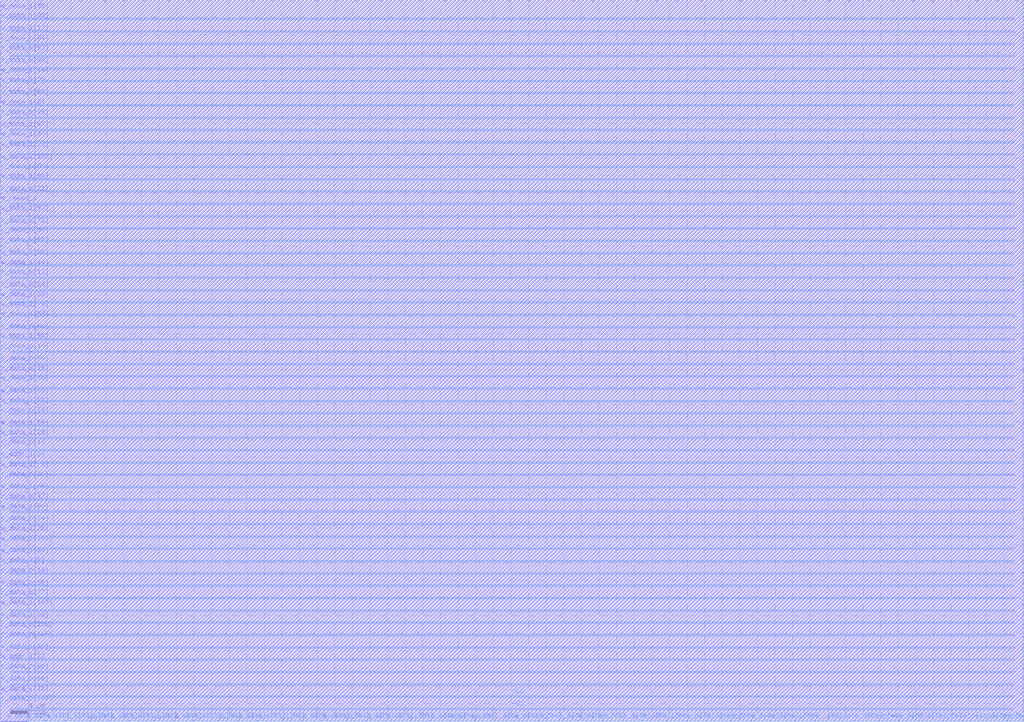
<source format=lef>
VERSION 5.8 ;
BUSBITCHARS "[]" ;
DIVIDERCHAR "/" ;
UNITS
    DATABASE MICRONS 2000 ;
END UNITS

MACRO bsg_mem_p109_8
  FOREIGN bsg_mem_p109_8 0 0 ;
  CLASS BLOCK ;
  SIZE 116.25 BY 81.975 ;
  PIN VSS
    USE GROUND ;
    DIRECTION INOUT ;
    PORT
      LAYER metal4 ;
        RECT  1.14 79.715 115.14 79.885 ;
        RECT  1.14 76.915 115.14 77.085 ;
        RECT  1.14 74.115 115.14 74.285 ;
        RECT  1.14 71.315 115.14 71.485 ;
        RECT  1.14 68.515 115.14 68.685 ;
        RECT  1.14 65.715 115.14 65.885 ;
        RECT  1.14 62.915 115.14 63.085 ;
        RECT  1.14 60.115 115.14 60.285 ;
        RECT  1.14 57.315 115.14 57.485 ;
        RECT  1.14 54.515 115.14 54.685 ;
        RECT  1.14 51.715 115.14 51.885 ;
        RECT  1.14 48.915 115.14 49.085 ;
        RECT  1.14 46.115 115.14 46.285 ;
        RECT  1.14 43.315 115.14 43.485 ;
        RECT  1.14 40.515 115.14 40.685 ;
        RECT  1.14 37.715 115.14 37.885 ;
        RECT  1.14 34.915 115.14 35.085 ;
        RECT  1.14 32.115 115.14 32.285 ;
        RECT  1.14 29.315 115.14 29.485 ;
        RECT  1.14 26.515 115.14 26.685 ;
        RECT  1.14 23.715 115.14 23.885 ;
        RECT  1.14 20.915 115.14 21.085 ;
        RECT  1.14 18.115 115.14 18.285 ;
        RECT  1.14 15.315 115.14 15.485 ;
        RECT  1.14 12.515 115.14 12.685 ;
        RECT  1.14 9.715 115.14 9.885 ;
        RECT  1.14 6.915 115.14 7.085 ;
        RECT  1.14 4.115 115.14 4.285 ;
        RECT  1.14 1.315 115.14 1.485 ;
    END
  END VSS
  PIN VDD
    USE POWER ;
    DIRECTION INOUT ;
    PORT
      LAYER metal4 ;
        RECT  1.14 78.315 115.14 78.485 ;
        RECT  1.14 75.515 115.14 75.685 ;
        RECT  1.14 72.715 115.14 72.885 ;
        RECT  1.14 69.915 115.14 70.085 ;
        RECT  1.14 67.115 115.14 67.285 ;
        RECT  1.14 64.315 115.14 64.485 ;
        RECT  1.14 61.515 115.14 61.685 ;
        RECT  1.14 58.715 115.14 58.885 ;
        RECT  1.14 55.915 115.14 56.085 ;
        RECT  1.14 53.115 115.14 53.285 ;
        RECT  1.14 50.315 115.14 50.485 ;
        RECT  1.14 47.515 115.14 47.685 ;
        RECT  1.14 44.715 115.14 44.885 ;
        RECT  1.14 41.915 115.14 42.085 ;
        RECT  1.14 39.115 115.14 39.285 ;
        RECT  1.14 36.315 115.14 36.485 ;
        RECT  1.14 33.515 115.14 33.685 ;
        RECT  1.14 30.715 115.14 30.885 ;
        RECT  1.14 27.915 115.14 28.085 ;
        RECT  1.14 25.115 115.14 25.285 ;
        RECT  1.14 22.315 115.14 22.485 ;
        RECT  1.14 19.515 115.14 19.685 ;
        RECT  1.14 16.715 115.14 16.885 ;
        RECT  1.14 13.915 115.14 14.085 ;
        RECT  1.14 11.115 115.14 11.285 ;
        RECT  1.14 8.315 115.14 8.485 ;
        RECT  1.14 5.515 115.14 5.685 ;
        RECT  1.14 2.715 115.14 2.885 ;
    END
  END VDD
  PIN r_addr_i[0]
    DIRECTION INPUT ;
    USE SIGNAL ;
    PORT
      LAYER metal4 ;
        RECT  48.745 0 48.885 0.14 ;
    END
  END r_addr_i[0]
  PIN r_addr_i[1]
    DIRECTION INPUT ;
    USE SIGNAL ;
    PORT
      LAYER metal4 ;
        RECT  115.385 81.835 115.525 81.975 ;
    END
  END r_addr_i[1]
  PIN r_addr_i[2]
    DIRECTION INPUT ;
    USE SIGNAL ;
    PORT
      LAYER metal3 ;
        RECT  0 29.715 0.07 29.785 ;
    END
  END r_addr_i[2]
  PIN r_data_o[0]
    DIRECTION OUTPUT ;
    USE SIGNAL ;
    PORT
      LAYER metal3 ;
        RECT  116.18 20.475 116.25 20.545 ;
    END
  END r_data_o[0]
  PIN r_data_o[100]
    DIRECTION OUTPUT ;
    USE SIGNAL ;
    PORT
      LAYER metal4 ;
        RECT  108.665 81.835 108.805 81.975 ;
    END
  END r_data_o[100]
  PIN r_data_o[101]
    DIRECTION OUTPUT ;
    USE SIGNAL ;
    PORT
      LAYER metal4 ;
        RECT  106.985 0 107.125 0.14 ;
    END
  END r_data_o[101]
  PIN r_data_o[102]
    DIRECTION OUTPUT ;
    USE SIGNAL ;
    PORT
      LAYER metal3 ;
        RECT  0 1.995 0.07 2.065 ;
    END
  END r_data_o[102]
  PIN r_data_o[103]
    DIRECTION OUTPUT ;
    USE SIGNAL ;
    PORT
      LAYER metal3 ;
        RECT  116.18 25.515 116.25 25.585 ;
    END
  END r_data_o[103]
  PIN r_data_o[104]
    DIRECTION OUTPUT ;
    USE SIGNAL ;
    PORT
      LAYER metal3 ;
        RECT  116.18 3.675 116.25 3.745 ;
    END
  END r_data_o[104]
  PIN r_data_o[105]
    DIRECTION OUTPUT ;
    USE SIGNAL ;
    PORT
      LAYER metal3 ;
        RECT  0 9.275 0.07 9.345 ;
    END
  END r_data_o[105]
  PIN r_data_o[106]
    DIRECTION OUTPUT ;
    USE SIGNAL ;
    PORT
      LAYER metal3 ;
        RECT  0 10.395 0.07 10.465 ;
    END
  END r_data_o[106]
  PIN r_data_o[107]
    DIRECTION OUTPUT ;
    USE SIGNAL ;
    PORT
      LAYER metal3 ;
        RECT  116.18 35.035 116.25 35.105 ;
    END
  END r_data_o[107]
  PIN r_data_o[108]
    DIRECTION OUTPUT ;
    USE SIGNAL ;
    PORT
      LAYER metal4 ;
        RECT  46.505 0 46.645 0.14 ;
    END
  END r_data_o[108]
  PIN r_data_o[10]
    DIRECTION OUTPUT ;
    USE SIGNAL ;
    PORT
      LAYER metal3 ;
        RECT  0 42.035 0.07 42.105 ;
    END
  END r_data_o[10]
  PIN r_data_o[11]
    DIRECTION OUTPUT ;
    USE SIGNAL ;
    PORT
      LAYER metal4 ;
        RECT  69.465 81.835 69.605 81.975 ;
    END
  END r_data_o[11]
  PIN r_data_o[12]
    DIRECTION OUTPUT ;
    USE SIGNAL ;
    PORT
      LAYER metal3 ;
        RECT  116.18 18.235 116.25 18.305 ;
    END
  END r_data_o[12]
  PIN r_data_o[13]
    DIRECTION OUTPUT ;
    USE SIGNAL ;
    PORT
      LAYER metal3 ;
        RECT  0 50.435 0.07 50.505 ;
    END
  END r_data_o[13]
  PIN r_data_o[14]
    DIRECTION OUTPUT ;
    USE SIGNAL ;
    PORT
      LAYER metal4 ;
        RECT  81.785 81.835 81.925 81.975 ;
    END
  END r_data_o[14]
  PIN r_data_o[15]
    DIRECTION OUTPUT ;
    USE SIGNAL ;
    PORT
      LAYER metal4 ;
        RECT  6.745 81.835 6.885 81.975 ;
    END
  END r_data_o[15]
  PIN r_data_o[16]
    DIRECTION OUTPUT ;
    USE SIGNAL ;
    PORT
      LAYER metal3 ;
        RECT  0 39.515 0.07 39.585 ;
    END
  END r_data_o[16]
  PIN r_data_o[17]
    DIRECTION OUTPUT ;
    USE SIGNAL ;
    PORT
      LAYER metal4 ;
        RECT  104.185 0 104.325 0.14 ;
    END
  END r_data_o[17]
  PIN r_data_o[18]
    DIRECTION OUTPUT ;
    USE SIGNAL ;
    PORT
      LAYER metal3 ;
        RECT  116.18 59.395 116.25 59.465 ;
    END
  END r_data_o[18]
  PIN r_data_o[19]
    DIRECTION OUTPUT ;
    USE SIGNAL ;
    PORT
      LAYER metal3 ;
        RECT  0 16.555 0.07 16.625 ;
    END
  END r_data_o[19]
  PIN r_data_o[1]
    DIRECTION OUTPUT ;
    USE SIGNAL ;
    PORT
      LAYER metal3 ;
        RECT  0 31.115 0.07 31.185 ;
    END
  END r_data_o[1]
  PIN r_data_o[20]
    DIRECTION OUTPUT ;
    USE SIGNAL ;
    PORT
      LAYER metal3 ;
        RECT  0 27.475 0.07 27.545 ;
    END
  END r_data_o[20]
  PIN r_data_o[21]
    DIRECTION OUTPUT ;
    USE SIGNAL ;
    PORT
      LAYER metal3 ;
        RECT  116.18 39.795 116.25 39.865 ;
    END
  END r_data_o[21]
  PIN r_data_o[22]
    DIRECTION OUTPUT ;
    USE SIGNAL ;
    PORT
      LAYER metal3 ;
        RECT  116.18 64.155 116.25 64.225 ;
    END
  END r_data_o[22]
  PIN r_data_o[23]
    DIRECTION OUTPUT ;
    USE SIGNAL ;
    PORT
      LAYER metal4 ;
        RECT  64.985 81.835 65.125 81.975 ;
    END
  END r_data_o[23]
  PIN r_data_o[24]
    DIRECTION OUTPUT ;
    USE SIGNAL ;
    PORT
      LAYER metal4 ;
        RECT  16.265 81.835 16.405 81.975 ;
    END
  END r_data_o[24]
  PIN r_data_o[25]
    DIRECTION OUTPUT ;
    USE SIGNAL ;
    PORT
      LAYER metal3 ;
        RECT  116.18 4.795 116.25 4.865 ;
    END
  END r_data_o[25]
  PIN r_data_o[26]
    DIRECTION OUTPUT ;
    USE SIGNAL ;
    PORT
      LAYER metal3 ;
        RECT  116.18 57.995 116.25 58.065 ;
    END
  END r_data_o[26]
  PIN r_data_o[27]
    DIRECTION OUTPUT ;
    USE SIGNAL ;
    PORT
      LAYER metal3 ;
        RECT  116.18 43.435 116.25 43.505 ;
    END
  END r_data_o[27]
  PIN r_data_o[28]
    DIRECTION OUTPUT ;
    USE SIGNAL ;
    PORT
      LAYER metal3 ;
        RECT  116.18 16.835 116.25 16.905 ;
    END
  END r_data_o[28]
  PIN r_data_o[29]
    DIRECTION OUTPUT ;
    USE SIGNAL ;
    PORT
      LAYER metal3 ;
        RECT  116.18 5.915 116.25 5.985 ;
    END
  END r_data_o[29]
  PIN r_data_o[2]
    DIRECTION OUTPUT ;
    USE SIGNAL ;
    PORT
      LAYER metal3 ;
        RECT  116.18 44.835 116.25 44.905 ;
    END
  END r_data_o[2]
  PIN r_data_o[30]
    DIRECTION OUTPUT ;
    USE SIGNAL ;
    PORT
      LAYER metal3 ;
        RECT  116.18 41.195 116.25 41.265 ;
    END
  END r_data_o[30]
  PIN r_data_o[31]
    DIRECTION OUTPUT ;
    USE SIGNAL ;
    PORT
      LAYER metal3 ;
        RECT  0 59.955 0.07 60.025 ;
    END
  END r_data_o[31]
  PIN r_data_o[32]
    DIRECTION OUTPUT ;
    USE SIGNAL ;
    PORT
      LAYER metal4 ;
        RECT  96.345 81.835 96.485 81.975 ;
    END
  END r_data_o[32]
  PIN r_data_o[33]
    DIRECTION OUTPUT ;
    USE SIGNAL ;
    PORT
      LAYER metal4 ;
        RECT  52.665 81.835 52.805 81.975 ;
    END
  END r_data_o[33]
  PIN r_data_o[34]
    DIRECTION OUTPUT ;
    USE SIGNAL ;
    PORT
      LAYER metal3 ;
        RECT  0 22.435 0.07 22.505 ;
    END
  END r_data_o[34]
  PIN r_data_o[35]
    DIRECTION OUTPUT ;
    USE SIGNAL ;
    PORT
      LAYER metal4 ;
        RECT  21.865 0 22.005 0.14 ;
    END
  END r_data_o[35]
  PIN r_data_o[36]
    DIRECTION OUTPUT ;
    USE SIGNAL ;
    PORT
      LAYER metal3 ;
        RECT  116.18 2.275 116.25 2.345 ;
    END
  END r_data_o[36]
  PIN r_data_o[37]
    DIRECTION OUTPUT ;
    USE SIGNAL ;
    PORT
      LAYER metal4 ;
        RECT  75.625 0 75.765 0.14 ;
    END
  END r_data_o[37]
  PIN r_data_o[38]
    DIRECTION OUTPUT ;
    USE SIGNAL ;
    PORT
      LAYER metal4 ;
        RECT  80.105 0 80.245 0.14 ;
    END
  END r_data_o[38]
  PIN r_data_o[39]
    DIRECTION OUTPUT ;
    USE SIGNAL ;
    PORT
      LAYER metal4 ;
        RECT  94.105 81.835 94.245 81.975 ;
    END
  END r_data_o[39]
  PIN r_data_o[3]
    DIRECTION OUTPUT ;
    USE SIGNAL ;
    PORT
      LAYER metal3 ;
        RECT  116.18 8.435 116.25 8.505 ;
    END
  END r_data_o[3]
  PIN r_data_o[40]
    DIRECTION OUTPUT ;
    USE SIGNAL ;
    PORT
      LAYER metal4 ;
        RECT  76.745 81.835 76.885 81.975 ;
    END
  END r_data_o[40]
  PIN r_data_o[41]
    DIRECTION OUTPUT ;
    USE SIGNAL ;
    PORT
      LAYER metal3 ;
        RECT  116.18 31.395 116.25 31.465 ;
    END
  END r_data_o[41]
  PIN r_data_o[42]
    DIRECTION OUTPUT ;
    USE SIGNAL ;
    PORT
      LAYER metal4 ;
        RECT  67.225 81.835 67.365 81.975 ;
    END
  END r_data_o[42]
  PIN r_data_o[43]
    DIRECTION OUTPUT ;
    USE SIGNAL ;
    PORT
      LAYER metal4 ;
        RECT  56.025 0 56.165 0.14 ;
    END
  END r_data_o[43]
  PIN r_data_o[44]
    DIRECTION OUTPUT ;
    USE SIGNAL ;
    PORT
      LAYER metal3 ;
        RECT  116.18 56.875 116.25 56.945 ;
    END
  END r_data_o[44]
  PIN r_data_o[45]
    DIRECTION OUTPUT ;
    USE SIGNAL ;
    PORT
      LAYER metal3 ;
        RECT  116.18 27.755 116.25 27.825 ;
    END
  END r_data_o[45]
  PIN r_data_o[46]
    DIRECTION OUTPUT ;
    USE SIGNAL ;
    PORT
      LAYER metal4 ;
        RECT  34.185 0 34.325 0.14 ;
    END
  END r_data_o[46]
  PIN r_data_o[47]
    DIRECTION OUTPUT ;
    USE SIGNAL ;
    PORT
      LAYER metal3 ;
        RECT  0 24.955 0.07 25.025 ;
    END
  END r_data_o[47]
  PIN r_data_o[48]
    DIRECTION OUTPUT ;
    USE SIGNAL ;
    PORT
      LAYER metal4 ;
        RECT  77.865 0 78.005 0.14 ;
    END
  END r_data_o[48]
  PIN r_data_o[49]
    DIRECTION OUTPUT ;
    USE SIGNAL ;
    PORT
      LAYER metal4 ;
        RECT  96.905 0 97.045 0.14 ;
    END
  END r_data_o[49]
  PIN r_data_o[4]
    DIRECTION OUTPUT ;
    USE SIGNAL ;
    PORT
      LAYER metal4 ;
        RECT  38.105 81.835 38.245 81.975 ;
    END
  END r_data_o[4]
  PIN r_data_o[50]
    DIRECTION OUTPUT ;
    USE SIGNAL ;
    PORT
      LAYER metal3 ;
        RECT  0 40.635 0.07 40.705 ;
    END
  END r_data_o[50]
  PIN r_data_o[51]
    DIRECTION OUTPUT ;
    USE SIGNAL ;
    PORT
      LAYER metal4 ;
        RECT  94.665 0 94.805 0.14 ;
    END
  END r_data_o[51]
  PIN r_data_o[52]
    DIRECTION OUTPUT ;
    USE SIGNAL ;
    PORT
      LAYER metal4 ;
        RECT  35.865 81.835 36.005 81.975 ;
    END
  END r_data_o[52]
  PIN r_data_o[53]
    DIRECTION OUTPUT ;
    USE SIGNAL ;
    PORT
      LAYER metal3 ;
        RECT  0 75.915 0.07 75.985 ;
    END
  END r_data_o[53]
  PIN r_data_o[54]
    DIRECTION OUTPUT ;
    USE SIGNAL ;
    PORT
      LAYER metal4 ;
        RECT  7.305 0 7.445 0.14 ;
    END
  END r_data_o[54]
  PIN r_data_o[55]
    DIRECTION OUTPUT ;
    USE SIGNAL ;
    PORT
      LAYER metal4 ;
        RECT  59.945 81.835 60.085 81.975 ;
    END
  END r_data_o[55]
  PIN r_data_o[56]
    DIRECTION OUTPUT ;
    USE SIGNAL ;
    PORT
      LAYER metal3 ;
        RECT  0 15.155 0.07 15.225 ;
    END
  END r_data_o[56]
  PIN r_data_o[57]
    DIRECTION OUTPUT ;
    USE SIGNAL ;
    PORT
      LAYER metal4 ;
        RECT  70.585 0 70.725 0.14 ;
    END
  END r_data_o[57]
  PIN r_data_o[58]
    DIRECTION OUTPUT ;
    USE SIGNAL ;
    PORT
      LAYER metal3 ;
        RECT  116.18 72.555 116.25 72.625 ;
    END
  END r_data_o[58]
  PIN r_data_o[59]
    DIRECTION OUTPUT ;
    USE SIGNAL ;
    PORT
      LAYER metal3 ;
        RECT  116.18 36.155 116.25 36.225 ;
    END
  END r_data_o[59]
  PIN r_data_o[5]
    DIRECTION OUTPUT ;
    USE SIGNAL ;
    PORT
      LAYER metal3 ;
        RECT  116.18 55.755 116.25 55.825 ;
    END
  END r_data_o[5]
  PIN r_data_o[60]
    DIRECTION OUTPUT ;
    USE SIGNAL ;
    PORT
      LAYER metal3 ;
        RECT  116.18 19.355 116.25 19.425 ;
    END
  END r_data_o[60]
  PIN r_data_o[61]
    DIRECTION OUTPUT ;
    USE SIGNAL ;
    PORT
      LAYER metal3 ;
        RECT  0 54.075 0.07 54.145 ;
    END
  END r_data_o[61]
  PIN r_data_o[62]
    DIRECTION OUTPUT ;
    USE SIGNAL ;
    PORT
      LAYER metal4 ;
        RECT  111.465 0 111.605 0.14 ;
    END
  END r_data_o[62]
  PIN r_data_o[63]
    DIRECTION OUTPUT ;
    USE SIGNAL ;
    PORT
      LAYER metal4 ;
        RECT  57.705 81.835 57.845 81.975 ;
    END
  END r_data_o[63]
  PIN r_data_o[64]
    DIRECTION OUTPUT ;
    USE SIGNAL ;
    PORT
      LAYER metal3 ;
        RECT  116.18 48.475 116.25 48.545 ;
    END
  END r_data_o[64]
  PIN r_data_o[65]
    DIRECTION OUTPUT ;
    USE SIGNAL ;
    PORT
      LAYER metal3 ;
        RECT  116.18 77.595 116.25 77.665 ;
    END
  END r_data_o[65]
  PIN r_data_o[66]
    DIRECTION OUTPUT ;
    USE SIGNAL ;
    PORT
      LAYER metal4 ;
        RECT  109.225 0 109.365 0.14 ;
    END
  END r_data_o[66]
  PIN r_data_o[67]
    DIRECTION OUTPUT ;
    USE SIGNAL ;
    PORT
      LAYER metal4 ;
        RECT  43.145 81.835 43.285 81.975 ;
    END
  END r_data_o[67]
  PIN r_data_o[68]
    DIRECTION OUTPUT ;
    USE SIGNAL ;
    PORT
      LAYER metal3 ;
        RECT  0 4.235 0.07 4.305 ;
    END
  END r_data_o[68]
  PIN r_data_o[69]
    DIRECTION OUTPUT ;
    USE SIGNAL ;
    PORT
      LAYER metal3 ;
        RECT  116.18 37.555 116.25 37.625 ;
    END
  END r_data_o[69]
  PIN r_data_o[6]
    DIRECTION OUTPUT ;
    USE SIGNAL ;
    PORT
      LAYER metal3 ;
        RECT  116.18 76.195 116.25 76.265 ;
    END
  END r_data_o[6]
  PIN r_data_o[70]
    DIRECTION OUTPUT ;
    USE SIGNAL ;
    PORT
      LAYER metal4 ;
        RECT  4.505 81.835 4.645 81.975 ;
    END
  END r_data_o[70]
  PIN r_data_o[71]
    DIRECTION OUTPUT ;
    USE SIGNAL ;
    PORT
      LAYER metal3 ;
        RECT  0 56.315 0.07 56.385 ;
    END
  END r_data_o[71]
  PIN r_data_o[72]
    DIRECTION OUTPUT ;
    USE SIGNAL ;
    PORT
      LAYER metal4 ;
        RECT  30.825 81.835 30.965 81.975 ;
    END
  END r_data_o[72]
  PIN r_data_o[73]
    DIRECTION OUTPUT ;
    USE SIGNAL ;
    PORT
      LAYER metal3 ;
        RECT  116.18 52.115 116.25 52.185 ;
    END
  END r_data_o[73]
  PIN r_data_o[74]
    DIRECTION OUTPUT ;
    USE SIGNAL ;
    PORT
      LAYER metal3 ;
        RECT  0 34.755 0.07 34.825 ;
    END
  END r_data_o[74]
  PIN r_data_o[75]
    DIRECTION OUTPUT ;
    USE SIGNAL ;
    PORT
      LAYER metal4 ;
        RECT  50.425 81.835 50.565 81.975 ;
    END
  END r_data_o[75]
  PIN r_data_o[76]
    DIRECTION OUTPUT ;
    USE SIGNAL ;
    PORT
      LAYER metal4 ;
        RECT  41.465 0 41.605 0.14 ;
    END
  END r_data_o[76]
  PIN r_data_o[77]
    DIRECTION OUTPUT ;
    USE SIGNAL ;
    PORT
      LAYER metal3 ;
        RECT  0 14.035 0.07 14.105 ;
    END
  END r_data_o[77]
  PIN r_data_o[78]
    DIRECTION OUTPUT ;
    USE SIGNAL ;
    PORT
      LAYER metal3 ;
        RECT  116.18 24.115 116.25 24.185 ;
    END
  END r_data_o[78]
  PIN r_data_o[79]
    DIRECTION OUTPUT ;
    USE SIGNAL ;
    PORT
      LAYER metal4 ;
        RECT  90.185 0 90.325 0.14 ;
    END
  END r_data_o[79]
  PIN r_data_o[7]
    DIRECTION OUTPUT ;
    USE SIGNAL ;
    PORT
      LAYER metal3 ;
        RECT  116.18 49.595 116.25 49.665 ;
    END
  END r_data_o[7]
  PIN r_data_o[80]
    DIRECTION OUTPUT ;
    USE SIGNAL ;
    PORT
      LAYER metal3 ;
        RECT  0 44.275 0.07 44.345 ;
    END
  END r_data_o[80]
  PIN r_data_o[81]
    DIRECTION OUTPUT ;
    USE SIGNAL ;
    PORT
      LAYER metal4 ;
        RECT  14.585 0 14.725 0.14 ;
    END
  END r_data_o[81]
  PIN r_data_o[82]
    DIRECTION OUTPUT ;
    USE SIGNAL ;
    PORT
      LAYER metal4 ;
        RECT  1.705 81.835 1.845 81.975 ;
    END
  END r_data_o[82]
  PIN r_data_o[83]
    DIRECTION OUTPUT ;
    USE SIGNAL ;
    PORT
      LAYER metal3 ;
        RECT  116.18 33.915 116.25 33.985 ;
    END
  END r_data_o[83]
  PIN r_data_o[84]
    DIRECTION OUTPUT ;
    USE SIGNAL ;
    PORT
      LAYER metal3 ;
        RECT  0 49.035 0.07 49.105 ;
    END
  END r_data_o[84]
  PIN r_data_o[85]
    DIRECTION OUTPUT ;
    USE SIGNAL ;
    PORT
      LAYER metal4 ;
        RECT  31.945 0 32.085 0.14 ;
    END
  END r_data_o[85]
  PIN r_data_o[86]
    DIRECTION OUTPUT ;
    USE SIGNAL ;
    PORT
      LAYER metal4 ;
        RECT  63.305 0 63.445 0.14 ;
    END
  END r_data_o[86]
  PIN r_data_o[87]
    DIRECTION OUTPUT ;
    USE SIGNAL ;
    PORT
      LAYER metal3 ;
        RECT  0 55.195 0.07 55.265 ;
    END
  END r_data_o[87]
  PIN r_data_o[88]
    DIRECTION OUTPUT ;
    USE SIGNAL ;
    PORT
      LAYER metal3 ;
        RECT  0 74.515 0.07 74.585 ;
    END
  END r_data_o[88]
  PIN r_data_o[89]
    DIRECTION OUTPUT ;
    USE SIGNAL ;
    PORT
      LAYER metal3 ;
        RECT  116.18 70.315 116.25 70.385 ;
    END
  END r_data_o[89]
  PIN r_data_o[8]
    DIRECTION OUTPUT ;
    USE SIGNAL ;
    PORT
      LAYER metal4 ;
        RECT  89.065 81.835 89.205 81.975 ;
    END
  END r_data_o[8]
  PIN r_data_o[90]
    DIRECTION OUTPUT ;
    USE SIGNAL ;
    PORT
      LAYER metal3 ;
        RECT  0 62.475 0.07 62.545 ;
    END
  END r_data_o[90]
  PIN r_data_o[91]
    DIRECTION OUTPUT ;
    USE SIGNAL ;
    PORT
      LAYER metal4 ;
        RECT  14.025 81.835 14.165 81.975 ;
    END
  END r_data_o[91]
  PIN r_data_o[92]
    DIRECTION OUTPUT ;
    USE SIGNAL ;
    PORT
      LAYER metal4 ;
        RECT  105.865 81.835 106.005 81.975 ;
    END
  END r_data_o[92]
  PIN r_data_o[93]
    DIRECTION OUTPUT ;
    USE SIGNAL ;
    PORT
      LAYER metal4 ;
        RECT  11.785 81.835 11.925 81.975 ;
    END
  END r_data_o[93]
  PIN r_data_o[94]
    DIRECTION OUTPUT ;
    USE SIGNAL ;
    PORT
      LAYER metal3 ;
        RECT  0 77.035 0.07 77.105 ;
    END
  END r_data_o[94]
  PIN r_data_o[95]
    DIRECTION OUTPUT ;
    USE SIGNAL ;
    PORT
      LAYER metal3 ;
        RECT  0 68.635 0.07 68.705 ;
    END
  END r_data_o[95]
  PIN r_data_o[96]
    DIRECTION OUTPUT ;
    USE SIGNAL ;
    PORT
      LAYER metal3 ;
        RECT  0 5.635 0.07 5.705 ;
    END
  END r_data_o[96]
  PIN r_data_o[97]
    DIRECTION OUTPUT ;
    USE SIGNAL ;
    PORT
      LAYER metal3 ;
        RECT  116.18 54.355 116.25 54.425 ;
    END
  END r_data_o[97]
  PIN r_data_o[98]
    DIRECTION OUTPUT ;
    USE SIGNAL ;
    PORT
      LAYER metal4 ;
        RECT  23.545 81.835 23.685 81.975 ;
    END
  END r_data_o[98]
  PIN r_data_o[99]
    DIRECTION OUTPUT ;
    USE SIGNAL ;
    PORT
      LAYER metal4 ;
        RECT  86.825 81.835 86.965 81.975 ;
    END
  END r_data_o[99]
  PIN r_data_o[9]
    DIRECTION OUTPUT ;
    USE SIGNAL ;
    PORT
      LAYER metal4 ;
        RECT  12.345 0 12.485 0.14 ;
    END
  END r_data_o[9]
  PIN r_v_i
    DIRECTION INPUT ;
    USE SIGNAL ;
    PORT
      LAYER metal3 ;
        RECT  116.18 13.195 116.25 13.265 ;
    END
  END r_v_i
  PIN w_addr_i[0]
    DIRECTION INPUT ;
    USE SIGNAL ;
    PORT
      LAYER metal4 ;
        RECT  53.785 0 53.925 0.14 ;
    END
  END w_addr_i[0]
  PIN w_addr_i[1]
    DIRECTION INPUT ;
    USE SIGNAL ;
    PORT
      LAYER metal3 ;
        RECT  116.18 21.875 116.25 21.945 ;
    END
  END w_addr_i[1]
  PIN w_addr_i[2]
    DIRECTION INPUT ;
    USE SIGNAL ;
    PORT
      LAYER metal3 ;
        RECT  0 6.755 0.07 6.825 ;
    END
  END w_addr_i[2]
  PIN w_clk_i
    DIRECTION INPUT ;
    USE SIGNAL ;
    PORT
      LAYER metal4 ;
        RECT  92.425 0 92.565 0.14 ;
    END
  END w_clk_i
  PIN w_data_i[0]
    DIRECTION INPUT ;
    USE SIGNAL ;
    PORT
      LAYER metal3 ;
        RECT  116.18 73.955 116.25 74.025 ;
    END
  END w_data_i[0]
  PIN w_data_i[100]
    DIRECTION INPUT ;
    USE SIGNAL ;
    PORT
      LAYER metal3 ;
        RECT  116.18 47.075 116.25 47.145 ;
    END
  END w_data_i[100]
  PIN w_data_i[101]
    DIRECTION INPUT ;
    USE SIGNAL ;
    PORT
      LAYER metal3 ;
        RECT  0 20.195 0.07 20.265 ;
    END
  END w_data_i[101]
  PIN w_data_i[102]
    DIRECTION INPUT ;
    USE SIGNAL ;
    PORT
      LAYER metal3 ;
        RECT  116.18 78.715 116.25 78.785 ;
    END
  END w_data_i[102]
  PIN w_data_i[103]
    DIRECTION INPUT ;
    USE SIGNAL ;
    PORT
      LAYER metal3 ;
        RECT  0 63.595 0.07 63.665 ;
    END
  END w_data_i[103]
  PIN w_data_i[104]
    DIRECTION INPUT ;
    USE SIGNAL ;
    PORT
      LAYER metal3 ;
        RECT  116.18 1.155 116.25 1.225 ;
    END
  END w_data_i[104]
  PIN w_data_i[105]
    DIRECTION INPUT ;
    USE SIGNAL ;
    PORT
      LAYER metal4 ;
        RECT  110.905 81.835 111.045 81.975 ;
    END
  END w_data_i[105]
  PIN w_data_i[106]
    DIRECTION INPUT ;
    USE SIGNAL ;
    PORT
      LAYER metal3 ;
        RECT  116.18 10.955 116.25 11.025 ;
    END
  END w_data_i[106]
  PIN w_data_i[107]
    DIRECTION INPUT ;
    USE SIGNAL ;
    PORT
      LAYER metal3 ;
        RECT  0 12.915 0.07 12.985 ;
    END
  END w_data_i[107]
  PIN w_data_i[108]
    DIRECTION INPUT ;
    USE SIGNAL ;
    PORT
      LAYER metal3 ;
        RECT  116.18 71.435 116.25 71.505 ;
    END
  END w_data_i[108]
  PIN w_data_i[10]
    DIRECTION INPUT ;
    USE SIGNAL ;
    PORT
      LAYER metal4 ;
        RECT  91.305 81.835 91.445 81.975 ;
    END
  END w_data_i[10]
  PIN w_data_i[11]
    DIRECTION INPUT ;
    USE SIGNAL ;
    PORT
      LAYER metal4 ;
        RECT  45.385 81.835 45.525 81.975 ;
    END
  END w_data_i[11]
  PIN w_data_i[12]
    DIRECTION INPUT ;
    USE SIGNAL ;
    PORT
      LAYER metal4 ;
        RECT  47.625 81.835 47.765 81.975 ;
    END
  END w_data_i[12]
  PIN w_data_i[13]
    DIRECTION INPUT ;
    USE SIGNAL ;
    PORT
      LAYER metal3 ;
        RECT  0 78.155 0.07 78.225 ;
    END
  END w_data_i[13]
  PIN w_data_i[14]
    DIRECTION INPUT ;
    USE SIGNAL ;
    PORT
      LAYER metal3 ;
        RECT  0 73.395 0.07 73.465 ;
    END
  END w_data_i[14]
  PIN w_data_i[15]
    DIRECTION INPUT ;
    USE SIGNAL ;
    PORT
      LAYER metal4 ;
        RECT  65.545 0 65.685 0.14 ;
    END
  END w_data_i[15]
  PIN w_data_i[16]
    DIRECTION INPUT ;
    USE SIGNAL ;
    PORT
      LAYER metal3 ;
        RECT  116.18 26.635 116.25 26.705 ;
    END
  END w_data_i[16]
  PIN w_data_i[17]
    DIRECTION INPUT ;
    USE SIGNAL ;
    PORT
      LAYER metal3 ;
        RECT  116.18 12.075 116.25 12.145 ;
    END
  END w_data_i[17]
  PIN w_data_i[18]
    DIRECTION INPUT ;
    USE SIGNAL ;
    PORT
      LAYER metal3 ;
        RECT  0 3.115 0.07 3.185 ;
    END
  END w_data_i[18]
  PIN w_data_i[19]
    DIRECTION INPUT ;
    USE SIGNAL ;
    PORT
      LAYER metal3 ;
        RECT  116.18 67.795 116.25 67.865 ;
    END
  END w_data_i[19]
  PIN w_data_i[1]
    DIRECTION INPUT ;
    USE SIGNAL ;
    PORT
      LAYER metal3 ;
        RECT  116.18 53.235 116.25 53.305 ;
    END
  END w_data_i[1]
  PIN w_data_i[20]
    DIRECTION INPUT ;
    USE SIGNAL ;
    PORT
      LAYER metal3 ;
        RECT  0 18.795 0.07 18.865 ;
    END
  END w_data_i[20]
  PIN w_data_i[21]
    DIRECTION INPUT ;
    USE SIGNAL ;
    PORT
      LAYER metal4 ;
        RECT  28.585 81.835 28.725 81.975 ;
    END
  END w_data_i[21]
  PIN w_data_i[22]
    DIRECTION INPUT ;
    USE SIGNAL ;
    PORT
      LAYER metal3 ;
        RECT  0 47.915 0.07 47.985 ;
    END
  END w_data_i[22]
  PIN w_data_i[23]
    DIRECTION INPUT ;
    USE SIGNAL ;
    PORT
      LAYER metal4 ;
        RECT  79.545 81.835 79.685 81.975 ;
    END
  END w_data_i[23]
  PIN w_data_i[24]
    DIRECTION INPUT ;
    USE SIGNAL ;
    PORT
      LAYER metal4 ;
        RECT  58.265 0 58.405 0.14 ;
    END
  END w_data_i[24]
  PIN w_data_i[25]
    DIRECTION INPUT ;
    USE SIGNAL ;
    PORT
      LAYER metal3 ;
        RECT  0 32.235 0.07 32.305 ;
    END
  END w_data_i[25]
  PIN w_data_i[26]
    DIRECTION INPUT ;
    USE SIGNAL ;
    PORT
      LAYER metal4 ;
        RECT  101.385 81.835 101.525 81.975 ;
    END
  END w_data_i[26]
  PIN w_data_i[27]
    DIRECTION INPUT ;
    USE SIGNAL ;
    PORT
      LAYER metal3 ;
        RECT  116.18 30.275 116.25 30.345 ;
    END
  END w_data_i[27]
  PIN w_data_i[28]
    DIRECTION INPUT ;
    USE SIGNAL ;
    PORT
      LAYER metal4 ;
        RECT  8.985 81.835 9.125 81.975 ;
    END
  END w_data_i[28]
  PIN w_data_i[29]
    DIRECTION INPUT ;
    USE SIGNAL ;
    PORT
      LAYER metal4 ;
        RECT  43.705 0 43.845 0.14 ;
    END
  END w_data_i[29]
  PIN w_data_i[2]
    DIRECTION INPUT ;
    USE SIGNAL ;
    PORT
      LAYER metal3 ;
        RECT  0 69.755 0.07 69.825 ;
    END
  END w_data_i[2]
  PIN w_data_i[30]
    DIRECTION INPUT ;
    USE SIGNAL ;
    PORT
      LAYER metal3 ;
        RECT  0 66.115 0.07 66.185 ;
    END
  END w_data_i[30]
  PIN w_data_i[31]
    DIRECTION INPUT ;
    USE SIGNAL ;
    PORT
      LAYER metal3 ;
        RECT  0 36.995 0.07 37.065 ;
    END
  END w_data_i[31]
  PIN w_data_i[32]
    DIRECTION INPUT ;
    USE SIGNAL ;
    PORT
      LAYER metal3 ;
        RECT  116.18 68.915 116.25 68.985 ;
    END
  END w_data_i[32]
  PIN w_data_i[33]
    DIRECTION INPUT ;
    USE SIGNAL ;
    PORT
      LAYER metal3 ;
        RECT  0 64.995 0.07 65.065 ;
    END
  END w_data_i[33]
  PIN w_data_i[34]
    DIRECTION INPUT ;
    USE SIGNAL ;
    PORT
      LAYER metal4 ;
        RECT  36.425 0 36.565 0.14 ;
    END
  END w_data_i[34]
  PIN w_data_i[35]
    DIRECTION INPUT ;
    USE SIGNAL ;
    PORT
      LAYER metal3 ;
        RECT  0 80.675 0.07 80.745 ;
    END
  END w_data_i[35]
  PIN w_data_i[36]
    DIRECTION INPUT ;
    USE SIGNAL ;
    PORT
      LAYER metal4 ;
        RECT  114.265 0 114.405 0.14 ;
    END
  END w_data_i[36]
  PIN w_data_i[37]
    DIRECTION INPUT ;
    USE SIGNAL ;
    PORT
      LAYER metal3 ;
        RECT  116.18 15.715 116.25 15.785 ;
    END
  END w_data_i[37]
  PIN w_data_i[38]
    DIRECTION INPUT ;
    USE SIGNAL ;
    PORT
      LAYER metal3 ;
        RECT  0 21.315 0.07 21.385 ;
    END
  END w_data_i[38]
  PIN w_data_i[39]
    DIRECTION INPUT ;
    USE SIGNAL ;
    PORT
      LAYER metal3 ;
        RECT  0 7.875 0.07 7.945 ;
    END
  END w_data_i[39]
  PIN w_data_i[3]
    DIRECTION INPUT ;
    USE SIGNAL ;
    PORT
      LAYER metal4 ;
        RECT  19.065 81.835 19.205 81.975 ;
    END
  END w_data_i[3]
  PIN w_data_i[40]
    DIRECTION INPUT ;
    USE SIGNAL ;
    PORT
      LAYER metal4 ;
        RECT  25.785 81.835 25.925 81.975 ;
    END
  END w_data_i[40]
  PIN w_data_i[41]
    DIRECTION INPUT ;
    USE SIGNAL ;
    PORT
      LAYER metal4 ;
        RECT  21.305 81.835 21.445 81.975 ;
    END
  END w_data_i[41]
  PIN w_data_i[42]
    DIRECTION INPUT ;
    USE SIGNAL ;
    PORT
      LAYER metal4 ;
        RECT  5.065 0 5.205 0.14 ;
    END
  END w_data_i[42]
  PIN w_data_i[43]
    DIRECTION INPUT ;
    USE SIGNAL ;
    PORT
      LAYER metal4 ;
        RECT  24.665 0 24.805 0.14 ;
    END
  END w_data_i[43]
  PIN w_data_i[44]
    DIRECTION INPUT ;
    USE SIGNAL ;
    PORT
      LAYER metal3 ;
        RECT  0 51.555 0.07 51.625 ;
    END
  END w_data_i[44]
  PIN w_data_i[45]
    DIRECTION INPUT ;
    USE SIGNAL ;
    PORT
      LAYER metal4 ;
        RECT  68.345 0 68.485 0.14 ;
    END
  END w_data_i[45]
  PIN w_data_i[46]
    DIRECTION INPUT ;
    USE SIGNAL ;
    PORT
      LAYER metal3 ;
        RECT  116.18 79.835 116.25 79.905 ;
    END
  END w_data_i[46]
  PIN w_data_i[47]
    DIRECTION INPUT ;
    USE SIGNAL ;
    PORT
      LAYER metal3 ;
        RECT  116.18 66.675 116.25 66.745 ;
    END
  END w_data_i[47]
  PIN w_data_i[48]
    DIRECTION INPUT ;
    USE SIGNAL ;
    PORT
      LAYER metal4 ;
        RECT  40.345 81.835 40.485 81.975 ;
    END
  END w_data_i[48]
  PIN w_data_i[49]
    DIRECTION INPUT ;
    USE SIGNAL ;
    PORT
      LAYER metal4 ;
        RECT  17.385 0 17.525 0.14 ;
    END
  END w_data_i[49]
  PIN w_data_i[4]
    DIRECTION INPUT ;
    USE SIGNAL ;
    PORT
      LAYER metal3 ;
        RECT  116.18 38.675 116.25 38.745 ;
    END
  END w_data_i[4]
  PIN w_data_i[50]
    DIRECTION INPUT ;
    USE SIGNAL ;
    PORT
      LAYER metal3 ;
        RECT  0 43.155 0.07 43.225 ;
    END
  END w_data_i[50]
  PIN w_data_i[51]
    DIRECTION INPUT ;
    USE SIGNAL ;
    PORT
      LAYER metal3 ;
        RECT  0 70.875 0.07 70.945 ;
    END
  END w_data_i[51]
  PIN w_data_i[52]
    DIRECTION INPUT ;
    USE SIGNAL ;
    PORT
      LAYER metal3 ;
        RECT  116.18 50.715 116.25 50.785 ;
    END
  END w_data_i[52]
  PIN w_data_i[53]
    DIRECTION INPUT ;
    USE SIGNAL ;
    PORT
      LAYER metal3 ;
        RECT  0 57.715 0.07 57.785 ;
    END
  END w_data_i[53]
  PIN w_data_i[54]
    DIRECTION INPUT ;
    USE SIGNAL ;
    PORT
      LAYER metal4 ;
        RECT  85.145 0 85.285 0.14 ;
    END
  END w_data_i[54]
  PIN w_data_i[55]
    DIRECTION INPUT ;
    USE SIGNAL ;
    PORT
      LAYER metal3 ;
        RECT  116.18 75.075 116.25 75.145 ;
    END
  END w_data_i[55]
  PIN w_data_i[56]
    DIRECTION INPUT ;
    USE SIGNAL ;
    PORT
      LAYER metal4 ;
        RECT  54.905 81.835 55.045 81.975 ;
    END
  END w_data_i[56]
  PIN w_data_i[57]
    DIRECTION INPUT ;
    USE SIGNAL ;
    PORT
      LAYER metal4 ;
        RECT  39.225 0 39.365 0.14 ;
    END
  END w_data_i[57]
  PIN w_data_i[58]
    DIRECTION INPUT ;
    USE SIGNAL ;
    PORT
      LAYER metal3 ;
        RECT  0 45.675 0.07 45.745 ;
    END
  END w_data_i[58]
  PIN w_data_i[59]
    DIRECTION INPUT ;
    USE SIGNAL ;
    PORT
      LAYER metal3 ;
        RECT  0 33.355 0.07 33.425 ;
    END
  END w_data_i[59]
  PIN w_data_i[5]
    DIRECTION INPUT ;
    USE SIGNAL ;
    PORT
      LAYER metal3 ;
        RECT  116.18 22.995 116.25 23.065 ;
    END
  END w_data_i[5]
  PIN w_data_i[60]
    DIRECTION INPUT ;
    USE SIGNAL ;
    PORT
      LAYER metal3 ;
        RECT  0 61.355 0.07 61.425 ;
    END
  END w_data_i[60]
  PIN w_data_i[61]
    DIRECTION INPUT ;
    USE SIGNAL ;
    PORT
      LAYER metal3 ;
        RECT  116.18 7.315 116.25 7.385 ;
    END
  END w_data_i[61]
  PIN w_data_i[62]
    DIRECTION INPUT ;
    USE SIGNAL ;
    PORT
      LAYER metal4 ;
        RECT  19.625 0 19.765 0.14 ;
    END
  END w_data_i[62]
  PIN w_data_i[63]
    DIRECTION INPUT ;
    USE SIGNAL ;
    PORT
      LAYER metal4 ;
        RECT  61.065 0 61.205 0.14 ;
    END
  END w_data_i[63]
  PIN w_data_i[64]
    DIRECTION INPUT ;
    USE SIGNAL ;
    PORT
      LAYER metal3 ;
        RECT  116.18 32.795 116.25 32.865 ;
    END
  END w_data_i[64]
  PIN w_data_i[65]
    DIRECTION INPUT ;
    USE SIGNAL ;
    PORT
      LAYER metal4 ;
        RECT  113.145 81.835 113.285 81.975 ;
    END
  END w_data_i[65]
  PIN w_data_i[66]
    DIRECTION INPUT ;
    USE SIGNAL ;
    PORT
      LAYER metal3 ;
        RECT  116.18 63.035 116.25 63.105 ;
    END
  END w_data_i[66]
  PIN w_data_i[67]
    DIRECTION INPUT ;
    USE SIGNAL ;
    PORT
      LAYER metal3 ;
        RECT  116.18 9.555 116.25 9.625 ;
    END
  END w_data_i[67]
  PIN w_data_i[68]
    DIRECTION INPUT ;
    USE SIGNAL ;
    PORT
      LAYER metal3 ;
        RECT  0 26.075 0.07 26.145 ;
    END
  END w_data_i[68]
  PIN w_data_i[69]
    DIRECTION INPUT ;
    USE SIGNAL ;
    PORT
      LAYER metal3 ;
        RECT  116.18 42.315 116.25 42.385 ;
    END
  END w_data_i[69]
  PIN w_data_i[6]
    DIRECTION INPUT ;
    USE SIGNAL ;
    PORT
      LAYER metal4 ;
        RECT  2.825 0 2.965 0.14 ;
    END
  END w_data_i[6]
  PIN w_data_i[70]
    DIRECTION INPUT ;
    USE SIGNAL ;
    PORT
      LAYER metal3 ;
        RECT  116.18 65.275 116.25 65.345 ;
    END
  END w_data_i[70]
  PIN w_data_i[71]
    DIRECTION INPUT ;
    USE SIGNAL ;
    PORT
      LAYER metal4 ;
        RECT  103.625 81.835 103.765 81.975 ;
    END
  END w_data_i[71]
  PIN w_data_i[72]
    DIRECTION INPUT ;
    USE SIGNAL ;
    PORT
      LAYER metal3 ;
        RECT  116.18 14.595 116.25 14.665 ;
    END
  END w_data_i[72]
  PIN w_data_i[73]
    DIRECTION INPUT ;
    USE SIGNAL ;
    PORT
      LAYER metal4 ;
        RECT  98.585 81.835 98.725 81.975 ;
    END
  END w_data_i[73]
  PIN w_data_i[74]
    DIRECTION INPUT ;
    USE SIGNAL ;
    PORT
      LAYER metal3 ;
        RECT  0 28.595 0.07 28.665 ;
    END
  END w_data_i[74]
  PIN w_data_i[75]
    DIRECTION INPUT ;
    USE SIGNAL ;
    PORT
      LAYER metal3 ;
        RECT  0 38.395 0.07 38.465 ;
    END
  END w_data_i[75]
  PIN w_data_i[76]
    DIRECTION INPUT ;
    USE SIGNAL ;
    PORT
      LAYER metal4 ;
        RECT  87.385 0 87.525 0.14 ;
    END
  END w_data_i[76]
  PIN w_data_i[77]
    DIRECTION INPUT ;
    USE SIGNAL ;
    PORT
      LAYER metal4 ;
        RECT  0.585 0 0.725 0.14 ;
    END
  END w_data_i[77]
  PIN w_data_i[78]
    DIRECTION INPUT ;
    USE SIGNAL ;
    PORT
      LAYER metal4 ;
        RECT  101.945 0 102.085 0.14 ;
    END
  END w_data_i[78]
  PIN w_data_i[79]
    DIRECTION INPUT ;
    USE SIGNAL ;
    PORT
      LAYER metal3 ;
        RECT  0 46.795 0.07 46.865 ;
    END
  END w_data_i[79]
  PIN w_data_i[7]
    DIRECTION INPUT ;
    USE SIGNAL ;
    PORT
      LAYER metal3 ;
        RECT  0 72.275 0.07 72.345 ;
    END
  END w_data_i[7]
  PIN w_data_i[80]
    DIRECTION INPUT ;
    USE SIGNAL ;
    PORT
      LAYER metal3 ;
        RECT  0 23.835 0.07 23.905 ;
    END
  END w_data_i[80]
  PIN w_data_i[81]
    DIRECTION INPUT ;
    USE SIGNAL ;
    PORT
      LAYER metal3 ;
        RECT  0 35.875 0.07 35.945 ;
    END
  END w_data_i[81]
  PIN w_data_i[82]
    DIRECTION INPUT ;
    USE SIGNAL ;
    PORT
      LAYER metal4 ;
        RECT  26.905 0 27.045 0.14 ;
    END
  END w_data_i[82]
  PIN w_data_i[83]
    DIRECTION INPUT ;
    USE SIGNAL ;
    PORT
      LAYER metal4 ;
        RECT  10.105 0 10.245 0.14 ;
    END
  END w_data_i[83]
  PIN w_data_i[84]
    DIRECTION INPUT ;
    USE SIGNAL ;
    PORT
      LAYER metal4 ;
        RECT  62.185 81.835 62.325 81.975 ;
    END
  END w_data_i[84]
  PIN w_data_i[85]
    DIRECTION INPUT ;
    USE SIGNAL ;
    PORT
      LAYER metal4 ;
        RECT  33.065 81.835 33.205 81.975 ;
    END
  END w_data_i[85]
  PIN w_data_i[86]
    DIRECTION INPUT ;
    USE SIGNAL ;
    PORT
      LAYER metal4 ;
        RECT  72.825 0 72.965 0.14 ;
    END
  END w_data_i[86]
  PIN w_data_i[87]
    DIRECTION INPUT ;
    USE SIGNAL ;
    PORT
      LAYER metal4 ;
        RECT  84.025 81.835 84.165 81.975 ;
    END
  END w_data_i[87]
  PIN w_data_i[88]
    DIRECTION INPUT ;
    USE SIGNAL ;
    PORT
      LAYER metal3 ;
        RECT  116.18 29.155 116.25 29.225 ;
    END
  END w_data_i[88]
  PIN w_data_i[89]
    DIRECTION INPUT ;
    USE SIGNAL ;
    PORT
      LAYER metal3 ;
        RECT  0 52.675 0.07 52.745 ;
    END
  END w_data_i[89]
  PIN w_data_i[8]
    DIRECTION INPUT ;
    USE SIGNAL ;
    PORT
      LAYER metal3 ;
        RECT  116.18 61.635 116.25 61.705 ;
    END
  END w_data_i[8]
  PIN w_data_i[90]
    DIRECTION INPUT ;
    USE SIGNAL ;
    PORT
      LAYER metal4 ;
        RECT  29.145 0 29.285 0.14 ;
    END
  END w_data_i[90]
  PIN w_data_i[91]
    DIRECTION INPUT ;
    USE SIGNAL ;
    PORT
      LAYER metal4 ;
        RECT  50.985 0 51.125 0.14 ;
    END
  END w_data_i[91]
  PIN w_data_i[92]
    DIRECTION INPUT ;
    USE SIGNAL ;
    PORT
      LAYER metal3 ;
        RECT  0 11.515 0.07 11.585 ;
    END
  END w_data_i[92]
  PIN w_data_i[93]
    DIRECTION INPUT ;
    USE SIGNAL ;
    PORT
      LAYER metal3 ;
        RECT  116.18 60.515 116.25 60.585 ;
    END
  END w_data_i[93]
  PIN w_data_i[94]
    DIRECTION INPUT ;
    USE SIGNAL ;
    PORT
      LAYER metal4 ;
        RECT  82.905 0 83.045 0.14 ;
    END
  END w_data_i[94]
  PIN w_data_i[95]
    DIRECTION INPUT ;
    USE SIGNAL ;
    PORT
      LAYER metal4 ;
        RECT  74.505 81.835 74.645 81.975 ;
    END
  END w_data_i[95]
  PIN w_data_i[96]
    DIRECTION INPUT ;
    USE SIGNAL ;
    PORT
      LAYER metal4 ;
        RECT  72.265 81.835 72.405 81.975 ;
    END
  END w_data_i[96]
  PIN w_data_i[97]
    DIRECTION INPUT ;
    USE SIGNAL ;
    PORT
      LAYER metal3 ;
        RECT  0 67.235 0.07 67.305 ;
    END
  END w_data_i[97]
  PIN w_data_i[98]
    DIRECTION INPUT ;
    USE SIGNAL ;
    PORT
      LAYER metal3 ;
        RECT  0 79.555 0.07 79.625 ;
    END
  END w_data_i[98]
  PIN w_data_i[99]
    DIRECTION INPUT ;
    USE SIGNAL ;
    PORT
      LAYER metal4 ;
        RECT  99.705 0 99.845 0.14 ;
    END
  END w_data_i[99]
  PIN w_data_i[9]
    DIRECTION INPUT ;
    USE SIGNAL ;
    PORT
      LAYER metal3 ;
        RECT  0 17.675 0.07 17.745 ;
    END
  END w_data_i[9]
  PIN w_reset_i
    DIRECTION INPUT ;
    USE SIGNAL ;
    PORT
      LAYER metal3 ;
        RECT  0 58.835 0.07 58.905 ;
    END
  END w_reset_i
  PIN w_v_i
    DIRECTION INPUT ;
    USE SIGNAL ;
    PORT
      LAYER metal3 ;
        RECT  116.18 45.955 116.25 46.025 ;
    END
  END w_v_i
  OBS
    LAYER metal1 ;
     RECT  0 -0.085 3.23 81.975 ;
     RECT  3.23 0 116.25 81.975 ;
    LAYER metal2 ;
     RECT  0 0 116.25 81.975 ;
    LAYER metal3 ;
     RECT  0 0 116.25 81.975 ;
    LAYER metal4 ;
     RECT  0 0 116.25 81.975 ;
  END
END bsg_mem_p109_8
END LIBRARY

</source>
